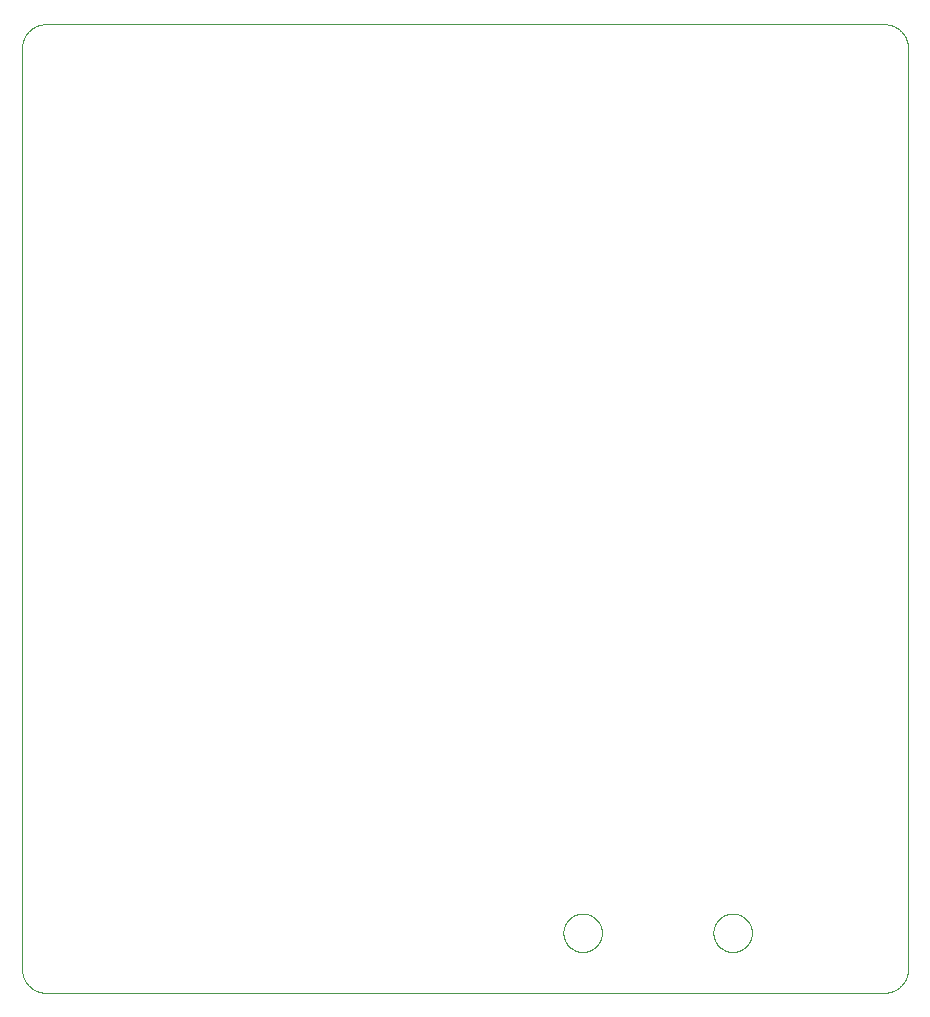
<source format=gbp>
G04 EAGLE Gerber RS-274X export*
G75*
%MOMM*%
%FSLAX34Y34*%
%LPD*%
%INSolder paste bottom*%
%IPPOS*%
%AMOC8*
5,1,8,0,0,1.08239X$1,22.5*%
G01*
%ADD10C,0.000000*%


D10*
X-30000Y800000D02*
X-30000Y20000D01*
X-29994Y19517D01*
X-29977Y19034D01*
X-29947Y18551D01*
X-29907Y18070D01*
X-29854Y17589D01*
X-29790Y17110D01*
X-29715Y16633D01*
X-29627Y16157D01*
X-29529Y15684D01*
X-29419Y15214D01*
X-29298Y14746D01*
X-29165Y14281D01*
X-29021Y13820D01*
X-28866Y13362D01*
X-28700Y12908D01*
X-28523Y12458D01*
X-28336Y12013D01*
X-28137Y11572D01*
X-27929Y11136D01*
X-27709Y10706D01*
X-27479Y10280D01*
X-27239Y9861D01*
X-26989Y9447D01*
X-26729Y9040D01*
X-26460Y8639D01*
X-26180Y8244D01*
X-25892Y7857D01*
X-25593Y7476D01*
X-25286Y7103D01*
X-24970Y6738D01*
X-24645Y6380D01*
X-24312Y6030D01*
X-23970Y5688D01*
X-23620Y5355D01*
X-23262Y5030D01*
X-22897Y4714D01*
X-22524Y4407D01*
X-22143Y4108D01*
X-21756Y3820D01*
X-21361Y3540D01*
X-20960Y3271D01*
X-20553Y3011D01*
X-20139Y2761D01*
X-19720Y2521D01*
X-19294Y2291D01*
X-18864Y2071D01*
X-18428Y1863D01*
X-17987Y1664D01*
X-17542Y1477D01*
X-17092Y1300D01*
X-16638Y1134D01*
X-16180Y979D01*
X-15719Y835D01*
X-15254Y702D01*
X-14786Y581D01*
X-14316Y471D01*
X-13843Y373D01*
X-13367Y285D01*
X-12890Y210D01*
X-12411Y146D01*
X-11930Y93D01*
X-11449Y53D01*
X-10966Y23D01*
X-10483Y6D01*
X-10000Y0D01*
X700000Y0D01*
X700483Y6D01*
X700966Y23D01*
X701449Y53D01*
X701930Y93D01*
X702411Y146D01*
X702890Y210D01*
X703367Y285D01*
X703843Y373D01*
X704316Y471D01*
X704786Y581D01*
X705254Y702D01*
X705719Y835D01*
X706180Y979D01*
X706638Y1134D01*
X707092Y1300D01*
X707542Y1477D01*
X707987Y1664D01*
X708428Y1863D01*
X708864Y2071D01*
X709294Y2291D01*
X709720Y2521D01*
X710139Y2761D01*
X710553Y3011D01*
X710960Y3271D01*
X711361Y3540D01*
X711756Y3820D01*
X712143Y4108D01*
X712524Y4407D01*
X712897Y4714D01*
X713262Y5030D01*
X713620Y5355D01*
X713970Y5688D01*
X714312Y6030D01*
X714645Y6380D01*
X714970Y6738D01*
X715286Y7103D01*
X715593Y7476D01*
X715892Y7857D01*
X716180Y8244D01*
X716460Y8639D01*
X716729Y9040D01*
X716989Y9447D01*
X717239Y9861D01*
X717479Y10280D01*
X717709Y10706D01*
X717929Y11136D01*
X718137Y11572D01*
X718336Y12013D01*
X718523Y12458D01*
X718700Y12908D01*
X718866Y13362D01*
X719021Y13820D01*
X719165Y14281D01*
X719298Y14746D01*
X719419Y15214D01*
X719529Y15684D01*
X719627Y16157D01*
X719715Y16633D01*
X719790Y17110D01*
X719854Y17589D01*
X719907Y18070D01*
X719947Y18551D01*
X719977Y19034D01*
X719994Y19517D01*
X720000Y20000D01*
X720000Y800000D01*
X719994Y800483D01*
X719977Y800966D01*
X719947Y801449D01*
X719907Y801930D01*
X719854Y802411D01*
X719790Y802890D01*
X719715Y803367D01*
X719627Y803843D01*
X719529Y804316D01*
X719419Y804786D01*
X719298Y805254D01*
X719165Y805719D01*
X719021Y806180D01*
X718866Y806638D01*
X718700Y807092D01*
X718523Y807542D01*
X718336Y807987D01*
X718137Y808428D01*
X717929Y808864D01*
X717709Y809294D01*
X717479Y809720D01*
X717239Y810139D01*
X716989Y810553D01*
X716729Y810960D01*
X716460Y811361D01*
X716180Y811756D01*
X715892Y812143D01*
X715593Y812524D01*
X715286Y812897D01*
X714970Y813262D01*
X714645Y813620D01*
X714312Y813970D01*
X713970Y814312D01*
X713620Y814645D01*
X713262Y814970D01*
X712897Y815286D01*
X712524Y815593D01*
X712143Y815892D01*
X711756Y816180D01*
X711361Y816460D01*
X710960Y816729D01*
X710553Y816989D01*
X710139Y817239D01*
X709720Y817479D01*
X709294Y817709D01*
X708864Y817929D01*
X708428Y818137D01*
X707987Y818336D01*
X707542Y818523D01*
X707092Y818700D01*
X706638Y818866D01*
X706180Y819021D01*
X705719Y819165D01*
X705254Y819298D01*
X704786Y819419D01*
X704316Y819529D01*
X703843Y819627D01*
X703367Y819715D01*
X702890Y819790D01*
X702411Y819854D01*
X701930Y819907D01*
X701449Y819947D01*
X700966Y819977D01*
X700483Y819994D01*
X700000Y820000D01*
X-10000Y820000D01*
X-10483Y819994D01*
X-10966Y819977D01*
X-11449Y819947D01*
X-11930Y819907D01*
X-12411Y819854D01*
X-12890Y819790D01*
X-13367Y819715D01*
X-13843Y819627D01*
X-14316Y819529D01*
X-14786Y819419D01*
X-15254Y819298D01*
X-15719Y819165D01*
X-16180Y819021D01*
X-16638Y818866D01*
X-17092Y818700D01*
X-17542Y818523D01*
X-17987Y818336D01*
X-18428Y818137D01*
X-18864Y817929D01*
X-19294Y817709D01*
X-19720Y817479D01*
X-20139Y817239D01*
X-20553Y816989D01*
X-20960Y816729D01*
X-21361Y816460D01*
X-21756Y816180D01*
X-22143Y815892D01*
X-22524Y815593D01*
X-22897Y815286D01*
X-23262Y814970D01*
X-23620Y814645D01*
X-23970Y814312D01*
X-24312Y813970D01*
X-24645Y813620D01*
X-24970Y813262D01*
X-25286Y812897D01*
X-25593Y812524D01*
X-25892Y812143D01*
X-26180Y811756D01*
X-26460Y811361D01*
X-26729Y810960D01*
X-26989Y810553D01*
X-27239Y810139D01*
X-27479Y809720D01*
X-27709Y809294D01*
X-27929Y808864D01*
X-28137Y808428D01*
X-28336Y807987D01*
X-28523Y807542D01*
X-28700Y807092D01*
X-28866Y806638D01*
X-29021Y806180D01*
X-29165Y805719D01*
X-29298Y805254D01*
X-29419Y804786D01*
X-29529Y804316D01*
X-29627Y803843D01*
X-29715Y803367D01*
X-29790Y802890D01*
X-29854Y802411D01*
X-29907Y801930D01*
X-29947Y801449D01*
X-29977Y800966D01*
X-29994Y800483D01*
X-30000Y800000D01*
X555244Y50800D02*
X555249Y51199D01*
X555264Y51598D01*
X555288Y51996D01*
X555322Y52393D01*
X555366Y52790D01*
X555420Y53185D01*
X555483Y53579D01*
X555556Y53971D01*
X555639Y54362D01*
X555731Y54750D01*
X555833Y55136D01*
X555944Y55519D01*
X556064Y55899D01*
X556194Y56276D01*
X556333Y56650D01*
X556481Y57021D01*
X556639Y57388D01*
X556805Y57750D01*
X556980Y58109D01*
X557163Y58463D01*
X557356Y58813D01*
X557557Y59157D01*
X557766Y59497D01*
X557984Y59831D01*
X558209Y60160D01*
X558443Y60484D01*
X558685Y60801D01*
X558934Y61113D01*
X559191Y61418D01*
X559455Y61717D01*
X559727Y62009D01*
X560005Y62295D01*
X560291Y62573D01*
X560583Y62845D01*
X560882Y63109D01*
X561187Y63366D01*
X561499Y63615D01*
X561816Y63857D01*
X562140Y64091D01*
X562469Y64316D01*
X562803Y64534D01*
X563143Y64743D01*
X563487Y64944D01*
X563837Y65137D01*
X564191Y65320D01*
X564550Y65495D01*
X564912Y65661D01*
X565279Y65819D01*
X565650Y65967D01*
X566024Y66106D01*
X566401Y66236D01*
X566781Y66356D01*
X567164Y66467D01*
X567550Y66569D01*
X567938Y66661D01*
X568329Y66744D01*
X568721Y66817D01*
X569115Y66880D01*
X569510Y66934D01*
X569907Y66978D01*
X570304Y67012D01*
X570702Y67036D01*
X571101Y67051D01*
X571500Y67056D01*
X571899Y67051D01*
X572298Y67036D01*
X572696Y67012D01*
X573093Y66978D01*
X573490Y66934D01*
X573885Y66880D01*
X574279Y66817D01*
X574671Y66744D01*
X575062Y66661D01*
X575450Y66569D01*
X575836Y66467D01*
X576219Y66356D01*
X576599Y66236D01*
X576976Y66106D01*
X577350Y65967D01*
X577721Y65819D01*
X578088Y65661D01*
X578450Y65495D01*
X578809Y65320D01*
X579163Y65137D01*
X579513Y64944D01*
X579857Y64743D01*
X580197Y64534D01*
X580531Y64316D01*
X580860Y64091D01*
X581184Y63857D01*
X581501Y63615D01*
X581813Y63366D01*
X582118Y63109D01*
X582417Y62845D01*
X582709Y62573D01*
X582995Y62295D01*
X583273Y62009D01*
X583545Y61717D01*
X583809Y61418D01*
X584066Y61113D01*
X584315Y60801D01*
X584557Y60484D01*
X584791Y60160D01*
X585016Y59831D01*
X585234Y59497D01*
X585443Y59157D01*
X585644Y58813D01*
X585837Y58463D01*
X586020Y58109D01*
X586195Y57750D01*
X586361Y57388D01*
X586519Y57021D01*
X586667Y56650D01*
X586806Y56276D01*
X586936Y55899D01*
X587056Y55519D01*
X587167Y55136D01*
X587269Y54750D01*
X587361Y54362D01*
X587444Y53971D01*
X587517Y53579D01*
X587580Y53185D01*
X587634Y52790D01*
X587678Y52393D01*
X587712Y51996D01*
X587736Y51598D01*
X587751Y51199D01*
X587756Y50800D01*
X587751Y50401D01*
X587736Y50002D01*
X587712Y49604D01*
X587678Y49207D01*
X587634Y48810D01*
X587580Y48415D01*
X587517Y48021D01*
X587444Y47629D01*
X587361Y47238D01*
X587269Y46850D01*
X587167Y46464D01*
X587056Y46081D01*
X586936Y45701D01*
X586806Y45324D01*
X586667Y44950D01*
X586519Y44579D01*
X586361Y44212D01*
X586195Y43850D01*
X586020Y43491D01*
X585837Y43137D01*
X585644Y42787D01*
X585443Y42443D01*
X585234Y42103D01*
X585016Y41769D01*
X584791Y41440D01*
X584557Y41116D01*
X584315Y40799D01*
X584066Y40487D01*
X583809Y40182D01*
X583545Y39883D01*
X583273Y39591D01*
X582995Y39305D01*
X582709Y39027D01*
X582417Y38755D01*
X582118Y38491D01*
X581813Y38234D01*
X581501Y37985D01*
X581184Y37743D01*
X580860Y37509D01*
X580531Y37284D01*
X580197Y37066D01*
X579857Y36857D01*
X579513Y36656D01*
X579163Y36463D01*
X578809Y36280D01*
X578450Y36105D01*
X578088Y35939D01*
X577721Y35781D01*
X577350Y35633D01*
X576976Y35494D01*
X576599Y35364D01*
X576219Y35244D01*
X575836Y35133D01*
X575450Y35031D01*
X575062Y34939D01*
X574671Y34856D01*
X574279Y34783D01*
X573885Y34720D01*
X573490Y34666D01*
X573093Y34622D01*
X572696Y34588D01*
X572298Y34564D01*
X571899Y34549D01*
X571500Y34544D01*
X571101Y34549D01*
X570702Y34564D01*
X570304Y34588D01*
X569907Y34622D01*
X569510Y34666D01*
X569115Y34720D01*
X568721Y34783D01*
X568329Y34856D01*
X567938Y34939D01*
X567550Y35031D01*
X567164Y35133D01*
X566781Y35244D01*
X566401Y35364D01*
X566024Y35494D01*
X565650Y35633D01*
X565279Y35781D01*
X564912Y35939D01*
X564550Y36105D01*
X564191Y36280D01*
X563837Y36463D01*
X563487Y36656D01*
X563143Y36857D01*
X562803Y37066D01*
X562469Y37284D01*
X562140Y37509D01*
X561816Y37743D01*
X561499Y37985D01*
X561187Y38234D01*
X560882Y38491D01*
X560583Y38755D01*
X560291Y39027D01*
X560005Y39305D01*
X559727Y39591D01*
X559455Y39883D01*
X559191Y40182D01*
X558934Y40487D01*
X558685Y40799D01*
X558443Y41116D01*
X558209Y41440D01*
X557984Y41769D01*
X557766Y42103D01*
X557557Y42443D01*
X557356Y42787D01*
X557163Y43137D01*
X556980Y43491D01*
X556805Y43850D01*
X556639Y44212D01*
X556481Y44579D01*
X556333Y44950D01*
X556194Y45324D01*
X556064Y45701D01*
X555944Y46081D01*
X555833Y46464D01*
X555731Y46850D01*
X555639Y47238D01*
X555556Y47629D01*
X555483Y48021D01*
X555420Y48415D01*
X555366Y48810D01*
X555322Y49207D01*
X555288Y49604D01*
X555264Y50002D01*
X555249Y50401D01*
X555244Y50800D01*
X428244Y50800D02*
X428249Y51199D01*
X428264Y51598D01*
X428288Y51996D01*
X428322Y52393D01*
X428366Y52790D01*
X428420Y53185D01*
X428483Y53579D01*
X428556Y53971D01*
X428639Y54362D01*
X428731Y54750D01*
X428833Y55136D01*
X428944Y55519D01*
X429064Y55899D01*
X429194Y56276D01*
X429333Y56650D01*
X429481Y57021D01*
X429639Y57388D01*
X429805Y57750D01*
X429980Y58109D01*
X430163Y58463D01*
X430356Y58813D01*
X430557Y59157D01*
X430766Y59497D01*
X430984Y59831D01*
X431209Y60160D01*
X431443Y60484D01*
X431685Y60801D01*
X431934Y61113D01*
X432191Y61418D01*
X432455Y61717D01*
X432727Y62009D01*
X433005Y62295D01*
X433291Y62573D01*
X433583Y62845D01*
X433882Y63109D01*
X434187Y63366D01*
X434499Y63615D01*
X434816Y63857D01*
X435140Y64091D01*
X435469Y64316D01*
X435803Y64534D01*
X436143Y64743D01*
X436487Y64944D01*
X436837Y65137D01*
X437191Y65320D01*
X437550Y65495D01*
X437912Y65661D01*
X438279Y65819D01*
X438650Y65967D01*
X439024Y66106D01*
X439401Y66236D01*
X439781Y66356D01*
X440164Y66467D01*
X440550Y66569D01*
X440938Y66661D01*
X441329Y66744D01*
X441721Y66817D01*
X442115Y66880D01*
X442510Y66934D01*
X442907Y66978D01*
X443304Y67012D01*
X443702Y67036D01*
X444101Y67051D01*
X444500Y67056D01*
X444899Y67051D01*
X445298Y67036D01*
X445696Y67012D01*
X446093Y66978D01*
X446490Y66934D01*
X446885Y66880D01*
X447279Y66817D01*
X447671Y66744D01*
X448062Y66661D01*
X448450Y66569D01*
X448836Y66467D01*
X449219Y66356D01*
X449599Y66236D01*
X449976Y66106D01*
X450350Y65967D01*
X450721Y65819D01*
X451088Y65661D01*
X451450Y65495D01*
X451809Y65320D01*
X452163Y65137D01*
X452513Y64944D01*
X452857Y64743D01*
X453197Y64534D01*
X453531Y64316D01*
X453860Y64091D01*
X454184Y63857D01*
X454501Y63615D01*
X454813Y63366D01*
X455118Y63109D01*
X455417Y62845D01*
X455709Y62573D01*
X455995Y62295D01*
X456273Y62009D01*
X456545Y61717D01*
X456809Y61418D01*
X457066Y61113D01*
X457315Y60801D01*
X457557Y60484D01*
X457791Y60160D01*
X458016Y59831D01*
X458234Y59497D01*
X458443Y59157D01*
X458644Y58813D01*
X458837Y58463D01*
X459020Y58109D01*
X459195Y57750D01*
X459361Y57388D01*
X459519Y57021D01*
X459667Y56650D01*
X459806Y56276D01*
X459936Y55899D01*
X460056Y55519D01*
X460167Y55136D01*
X460269Y54750D01*
X460361Y54362D01*
X460444Y53971D01*
X460517Y53579D01*
X460580Y53185D01*
X460634Y52790D01*
X460678Y52393D01*
X460712Y51996D01*
X460736Y51598D01*
X460751Y51199D01*
X460756Y50800D01*
X460751Y50401D01*
X460736Y50002D01*
X460712Y49604D01*
X460678Y49207D01*
X460634Y48810D01*
X460580Y48415D01*
X460517Y48021D01*
X460444Y47629D01*
X460361Y47238D01*
X460269Y46850D01*
X460167Y46464D01*
X460056Y46081D01*
X459936Y45701D01*
X459806Y45324D01*
X459667Y44950D01*
X459519Y44579D01*
X459361Y44212D01*
X459195Y43850D01*
X459020Y43491D01*
X458837Y43137D01*
X458644Y42787D01*
X458443Y42443D01*
X458234Y42103D01*
X458016Y41769D01*
X457791Y41440D01*
X457557Y41116D01*
X457315Y40799D01*
X457066Y40487D01*
X456809Y40182D01*
X456545Y39883D01*
X456273Y39591D01*
X455995Y39305D01*
X455709Y39027D01*
X455417Y38755D01*
X455118Y38491D01*
X454813Y38234D01*
X454501Y37985D01*
X454184Y37743D01*
X453860Y37509D01*
X453531Y37284D01*
X453197Y37066D01*
X452857Y36857D01*
X452513Y36656D01*
X452163Y36463D01*
X451809Y36280D01*
X451450Y36105D01*
X451088Y35939D01*
X450721Y35781D01*
X450350Y35633D01*
X449976Y35494D01*
X449599Y35364D01*
X449219Y35244D01*
X448836Y35133D01*
X448450Y35031D01*
X448062Y34939D01*
X447671Y34856D01*
X447279Y34783D01*
X446885Y34720D01*
X446490Y34666D01*
X446093Y34622D01*
X445696Y34588D01*
X445298Y34564D01*
X444899Y34549D01*
X444500Y34544D01*
X444101Y34549D01*
X443702Y34564D01*
X443304Y34588D01*
X442907Y34622D01*
X442510Y34666D01*
X442115Y34720D01*
X441721Y34783D01*
X441329Y34856D01*
X440938Y34939D01*
X440550Y35031D01*
X440164Y35133D01*
X439781Y35244D01*
X439401Y35364D01*
X439024Y35494D01*
X438650Y35633D01*
X438279Y35781D01*
X437912Y35939D01*
X437550Y36105D01*
X437191Y36280D01*
X436837Y36463D01*
X436487Y36656D01*
X436143Y36857D01*
X435803Y37066D01*
X435469Y37284D01*
X435140Y37509D01*
X434816Y37743D01*
X434499Y37985D01*
X434187Y38234D01*
X433882Y38491D01*
X433583Y38755D01*
X433291Y39027D01*
X433005Y39305D01*
X432727Y39591D01*
X432455Y39883D01*
X432191Y40182D01*
X431934Y40487D01*
X431685Y40799D01*
X431443Y41116D01*
X431209Y41440D01*
X430984Y41769D01*
X430766Y42103D01*
X430557Y42443D01*
X430356Y42787D01*
X430163Y43137D01*
X429980Y43491D01*
X429805Y43850D01*
X429639Y44212D01*
X429481Y44579D01*
X429333Y44950D01*
X429194Y45324D01*
X429064Y45701D01*
X428944Y46081D01*
X428833Y46464D01*
X428731Y46850D01*
X428639Y47238D01*
X428556Y47629D01*
X428483Y48021D01*
X428420Y48415D01*
X428366Y48810D01*
X428322Y49207D01*
X428288Y49604D01*
X428264Y50002D01*
X428249Y50401D01*
X428244Y50800D01*
M02*

</source>
